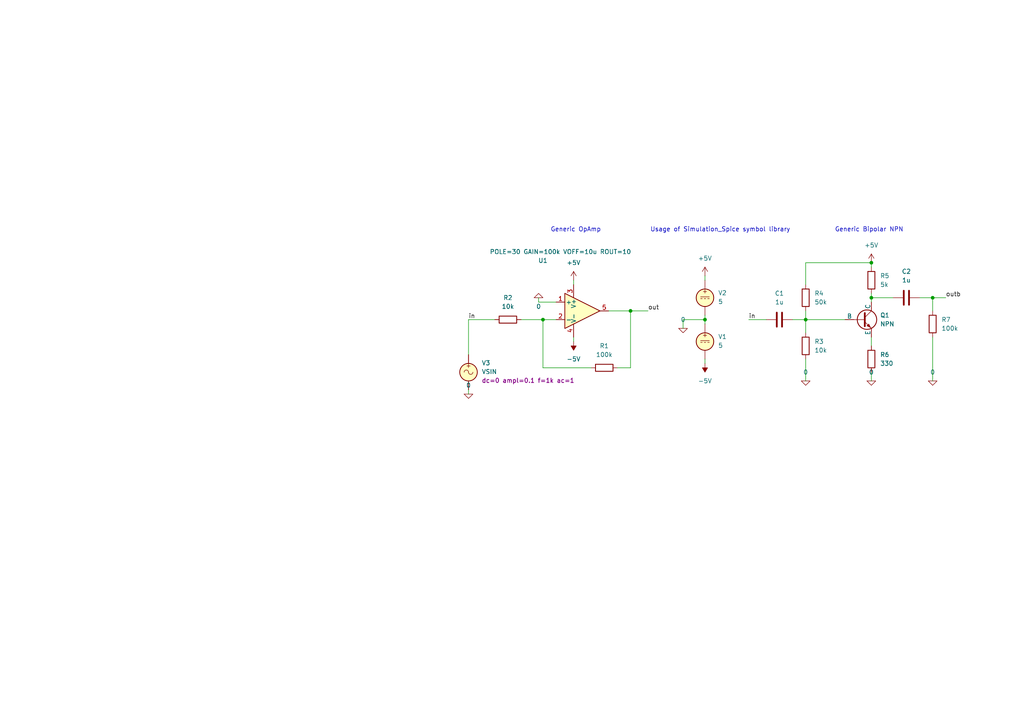
<source format=kicad_sch>
(kicad_sch (version 20241209) (generator "eeschema") (generator_version "9.0")
  (paper "A4")
  (title_block (title "Generic operational amplifier, generic bipolar") (date "2023-11-13") (comment 1 "Simulation_Spice library"))
  (lib_symbols
    (symbol "Device:C" (pin_numbers (hide yes)) (pin_names (offset 0.254))
      (property "Reference" "C" (at 0.635 2.54 0))
      (property "Value" "C" (at 0.635 -2.54 0))
      (symbol "C_0_1"
        (polyline (pts (xy -2.032 0.762) (xy 2.032 0.762)) (stroke (width 0.508)))
        (polyline (pts (xy -2.032 -0.762) (xy 2.032 -0.762)) (stroke (width 0.508)))
      )
      (symbol "C_1_1"
        (pin passive line (at 0 3.81 270) (length 2.794) (name "~") (number "1"))
        (pin passive line (at 0 -3.81 90) (length 2.794) (name "~") (number "2"))
      )
    )
    (symbol "Device:R" (pin_numbers (hide yes)) (pin_names (offset 0))
      (property "Reference" "R" (at 2.032 0 90))
      (property "Value" "R" (at 0 0 90))
      (symbol "R_0_1"
        (rectangle (start -1.016 -2.54) (end 1.016 2.54) (stroke (width 0.254)))
      )
      (symbol "R_1_1"
        (pin passive line (at 0 3.81 270) (length 1.27) (name "~") (number "1"))
        (pin passive line (at 0 -3.81 90) (length 1.27) (name "~") (number "2"))
      )
    )
    (symbol "Simulation_SPICE:0" (power) (pin_names (offset 0))
      (property "Value" "0" (at 0 -1.778 0))
      (symbol "0_0_1"
        (polyline (pts (xy -1.27 0) (xy 0 -1.27) (xy 1.27 0) (xy -1.27 0)))
      )
      (symbol "0_1_1"
        (pin power_in line (at 0 0 0) (length 0) (hide yes) (name "0") (number "1"))
      )
    )
    (symbol "Simulation_SPICE:NPN" (pin_numbers (hide yes)) (pin_names (offset 0))
      (property "Reference" "Q" (at -2.54 7.62 0))
      (property "Value" "NPN" (at -2.54 5.08 0))
      (symbol "NPN_0_1"
        (polyline (pts (xy -2.54 0) (xy 0.635 0)) (stroke (width 0.1524)))
        (polyline (pts (xy 0.635 1.905) (xy 0.635 -1.905) (xy 0.635 -1.905)) (stroke (width 0.508)))
        (polyline (pts (xy 0.635 0.635) (xy 2.54 2.54)))
        (polyline (pts (xy 0.635 -0.635) (xy 2.54 -2.54) (xy 2.54 -2.54)))
        (circle (center 1.27 0) (radius 2.8194) (stroke (width 0.254)))
        (polyline (pts (xy 1.27 -1.778) (xy 1.778 -1.27) (xy 2.286 -2.286) (xy 1.27 -1.778) (xy 1.27 -1.778)) (fill (type outline)))
        (polyline (pts (xy 2.794 -1.27) (xy 2.794 -1.27)) (stroke (width 0.1524)))
        (polyline (pts (xy 2.794 -1.27) (xy 2.794 -1.27)) (stroke (width 0.1524)))
      )
      (symbol "NPN_1_1"
        (pin input line (at -5.08 0 0) (length 2.54) (name "B") (number "2"))
        (pin open_collector line (at 2.54 5.08 270) (length 2.54) (name "C") (number "1"))
        (pin open_emitter line (at 2.54 -5.08 90) (length 2.54) (name "E") (number "3"))
      )
    )
    (symbol "Simulation_SPICE:OPAMP" (pin_names (offset 0.254))
      (property "Reference" "U" (at 3.81 3.175 0))
      (property "Value" "${SIM.PARAMS}" (at 3.81 -3.175 0))
      (symbol "OPAMP_0_1"
        (polyline (pts (xy 5.08 0) (xy -5.08 5.08) (xy -5.08 -5.08) (xy 5.08 0)) (stroke (width 0.254)) (fill (type background)))
      )
      (symbol "OPAMP_1_1"
        (pin input line (at -7.62 2.54 0) (length 2.54) (name "+") (number "1"))
        (pin input line (at -7.62 -2.54 0) (length 2.54) (name "-") (number "2"))
        (pin power_in line (at -2.54 7.62 270) (length 3.81) (name "V+") (number "3"))
        (pin power_in line (at -2.54 -7.62 90) (length 3.81) (name "V-") (number "4"))
        (pin output line (at 7.62 0 180) (length 2.54) (name "~") (number "5"))
      )
    )
    (symbol "Simulation_SPICE:VDC" (pin_numbers (hide yes)) (pin_names (offset 0.0254))
      (property "Reference" "V" (at 2.54 2.54 0))
      (property "Value" "1" (at 2.54 0 0))
      (symbol "VDC_0_0"
        (polyline (pts (xy -1.27 0.254) (xy 1.27 0.254)))
        (polyline (pts (xy -0.762 -0.254) (xy -1.27 -0.254)))
        (polyline (pts (xy 0.254 -0.254) (xy -0.254 -0.254)))
        (polyline (pts (xy 1.27 -0.254) (xy 0.762 -0.254)))
        (text "+" (at 0 1.905 0) (effects (font (size 1.27 1.27))))
      )
      (symbol "VDC_0_1"
        (circle (center 0 0) (radius 2.54) (stroke (width 0.254)) (fill (type background)))
      )
      (symbol "VDC_1_1"
        (pin passive line (at 0 5.08 270) (length 2.54) (name "~") (number "1"))
        (pin passive line (at 0 -5.08 90) (length 2.54) (name "~") (number "2"))
      )
    )
    (symbol "Simulation_SPICE:VSIN" (pin_numbers (hide yes)) (pin_names (offset 0.0254))
      (property "Reference" "V" (at 2.54 2.54 0))
      (property "Value" "VSIN" (at 2.54 0 0))
      (property "Sim.Params" "dc=0 ampl=1 f=1k ac=1" (at 2.54 -2.54 0))
      (symbol "VSIN_0_0"
        (arc (start -1.27 0) (mid -0.635 0.6323) (end 0 0))
        (arc (start 1.27 0) (mid 0.635 -0.6323) (end 0 0))
        (text "+" (at 0 1.905 0) (effects (font (size 1.27 1.27))))
      )
      (symbol "VSIN_0_1"
        (circle (center 0 0) (radius 2.54) (stroke (width 0.254)) (fill (type background)))
      )
      (symbol "VSIN_1_1"
        (pin passive line (at 0 5.08 270) (length 2.54) (name "~") (number "1"))
        (pin passive line (at 0 -5.08 90) (length 2.54) (name "~") (number "2"))
      )
    )
    (symbol "power:+5V" (power) (pin_names (offset 0))
      (property "Value" "+5V" (at 0 3.556 0))
      (symbol "+5V_0_1"
        (polyline (pts (xy -0.762 1.27) (xy 0 2.54)))
        (polyline (pts (xy 0 2.54) (xy 0.762 1.27)))
        (polyline (pts (xy 0 0) (xy 0 2.54)))
      )
      (symbol "+5V_1_1"
        (pin power_in line (at 0 0 90) (length 0) (hide yes) (name "+5V") (number "1"))
      )
    )
    (symbol "power:-5V" (power) (pin_names (offset 0))
      (property "Value" "-5V" (at 0 3.81 0))
      (symbol "-5V_0_0"
        (pin power_in line (at 0 0 90) (length 0) (hide yes) (name "-5V") (number "1"))
      )
      (symbol "-5V_0_1"
        (polyline (pts (xy 0 0) (xy 0 1.27) (xy 0.762 1.27) (xy 0 2.54) (xy -0.762 1.27) (xy 0 1.27)) (fill (type outline)))
      )
    )
  )
  (text "Generic OpAmp" (at 167.005 66.675 0) (effects (font (size 1.27 1.27))))
  (text "Generic Bipolar NPN" (at 252.095 66.675 0) (effects (font (size 1.27 1.27))))
  (text "Usage of Simulation_Spice symbol library" (at 208.915 66.675 0) (effects (font (size 1.27 1.27))))
  (junction (at 252.73 86.36))
  (junction (at 182.88 90.17))
  (junction (at 252.73 76.2))
  (junction (at 233.68 92.71))
  (junction (at 157.48 92.71))
  (junction (at 204.47 92.71))
  (junction (at 270.51 86.36))
  (wire (pts (xy 233.68 76.2) (xy 252.73 76.2)))
  (wire (pts (xy 182.88 90.17) (xy 187.96 90.17)))
  (wire (pts (xy 252.73 86.36) (xy 259.08 86.36)))
  (wire (pts (xy 179.07 106.68) (xy 182.88 106.68)))
  (wire (pts (xy 270.51 86.36) (xy 274.32 86.36)))
  (wire (pts (xy 157.48 106.68) (xy 171.45 106.68)))
  (wire (pts (xy 233.68 92.71) (xy 245.11 92.71)))
  (wire (pts (xy 135.89 92.71) (xy 143.51 92.71)))
  (wire (pts (xy 166.37 97.79) (xy 166.37 99.06)))
  (wire (pts (xy 204.47 80.01) (xy 204.47 81.28)))
  (wire (pts (xy 204.47 91.44) (xy 204.47 92.71)))
  (wire (pts (xy 135.89 113.03) (xy 135.89 114.3)))
  (wire (pts (xy 233.68 90.17) (xy 233.68 92.71)))
  (wire (pts (xy 217.17 92.71) (xy 222.25 92.71)))
  (wire (pts (xy 252.73 85.09) (xy 252.73 86.36)))
  (wire (pts (xy 204.47 92.71) (xy 204.47 93.98)))
  (wire (pts (xy 198.12 92.71) (xy 198.12 95.25)))
  (wire (pts (xy 151.13 92.71) (xy 157.48 92.71)))
  (wire (pts (xy 233.68 92.71) (xy 233.68 96.52)))
  (wire (pts (xy 157.48 92.71) (xy 161.29 92.71)))
  (wire (pts (xy 166.37 82.55) (xy 166.37 81.28)))
  (wire (pts (xy 182.88 106.68) (xy 182.88 90.17)))
  (wire (pts (xy 270.51 86.36) (xy 270.51 90.17)))
  (wire (pts (xy 233.68 104.14) (xy 233.68 110.49)))
  (wire (pts (xy 156.21 87.63) (xy 161.29 87.63)))
  (wire (pts (xy 135.89 92.71) (xy 135.89 102.87)))
  (wire (pts (xy 157.48 92.71) (xy 157.48 106.68)))
  (wire (pts (xy 204.47 92.71) (xy 198.12 92.71)))
  (wire (pts (xy 252.73 97.79) (xy 252.73 100.33)))
  (wire (pts (xy 252.73 107.95) (xy 252.73 110.49)))
  (wire (pts (xy 156.21 86.36) (xy 156.21 87.63)))
  (wire (pts (xy 176.53 90.17) (xy 182.88 90.17)))
  (wire (pts (xy 204.47 104.14) (xy 204.47 105.41)))
  (wire (pts (xy 252.73 76.2) (xy 252.73 77.47)))
  (wire (pts (xy 233.68 82.55) (xy 233.68 76.2)))
  (wire (pts (xy 229.87 92.71) (xy 233.68 92.71)))
  (wire (pts (xy 266.7 86.36) (xy 270.51 86.36)))
  (wire (pts (xy 270.51 97.79) (xy 270.51 110.49)))
  (wire (pts (xy 252.73 86.36) (xy 252.73 87.63)))
  (label "outb" (at 274.32 86.36 0))
  (label "in" (at 217.17 92.71 0))
  (label "out" (at 187.96 90.17 0))
  (label "in" (at 135.89 92.71 0))
  (symbol (lib_id "Device:R") (at 175.26 106.68 270) (unit 1)
    (property "Reference" "R1" (at 175.26 100.33 90))
    (property "Value" "100k" (at 175.26 102.87 90))
    (property "Description" "Resistor" (effects (hide yes)))
  )
  (symbol (lib_id "power:-5V") (at 204.47 105.41 0) (mirror x) (unit 1)
    (property "Reference" "#PWR06" (effects (hide yes)))
    (property "Value" "-5V" (at 204.47 110.49 0))
    (property "Description" "Power symbol creates a global label with name \"-5V\"" (effects (hide yes)))
  )
  (symbol (lib_id "Simulation_SPICE:NPN") (at 250.19 92.71 0) (unit 1)
    (property "Reference" "Q1" (at 255.27 91.4399 0) (effects (justify left)))
    (property "Value" "NPN" (at 255.27 93.9799 0) (effects (justify left)))
    (property "Description" "Bipolar transistor symbol for simulation only, substrate tied to the emitter" (effects (hide yes)))
    (property "Sim.Device" "NPN" (effects (hide yes)))
    (property "Sim.Type" "GUMMELPOON" (effects (hide yes)))
    (property "Sim.Pins" "1=C 2=B 3=E" (effects (hide yes)))
  )
  (symbol (lib_id "Simulation_SPICE:VDC") (at 204.47 86.36 0) (unit 1)
    (property "Reference" "V2" (at 208.28 84.9601 0) (effects (justify left)))
    (property "Value" "5" (at 208.28 87.5001 0) (effects (justify left)))
    (property "Description" "Voltage source, DC" (effects (hide yes)))
    (property "Sim.Pins" "1=+ 2=-" (effects (hide yes)))
    (property "Sim.Type" "DC" (effects (hide yes)))
    (property "Sim.Device" "V" (effects (hide yes)))
  )
  (symbol (lib_id "Device:R") (at 233.68 100.33 0) (unit 1)
    (property "Reference" "R3" (at 236.22 99.0599 0) (effects (justify left)))
    (property "Value" "10k" (at 236.22 101.5999 0) (effects (justify left)))
    (property "Description" "Resistor" (effects (hide yes)))
  )
  (symbol (lib_id "Simulation_SPICE:0") (at 270.51 110.49 0) (unit 1)
    (property "Reference" "#GND06" (effects (hide yes)))
    (property "Value" "0" (at 270.51 107.95 0))
    (property "Description" "0V reference potential for simulation" (effects (hide yes)))
  )
  (symbol (lib_id "Simulation_SPICE:0") (at 198.12 95.25 0) (unit 1)
    (property "Reference" "#GND03" (effects (hide yes)))
    (property "Value" "0" (at 198.12 92.71 0))
    (property "Description" "0V reference potential for simulation" (effects (hide yes)))
  )
  (symbol (lib_id "Device:R") (at 252.73 81.28 0) (unit 1)
    (property "Reference" "R5" (at 255.27 80.0099 0) (effects (justify left)))
    (property "Value" "5k" (at 255.27 82.5499 0) (effects (justify left)))
    (property "Description" "Resistor" (effects (hide yes)))
  )
  (symbol (lib_id "power:+5V") (at 204.47 80.01 0) (unit 1)
    (property "Reference" "#PWR05" (effects (hide yes)))
    (property "Value" "+5V" (at 204.47 74.93 0))
    (property "Description" "Power symbol creates a global label with name \"+5V\"" (effects (hide yes)))
  )
  (symbol (lib_id "Simulation_SPICE:VDC") (at 204.47 99.06 0) (unit 1)
    (property "Reference" "V1" (at 208.28 97.6601 0) (effects (justify left)))
    (property "Value" "5" (at 208.28 100.2001 0) (effects (justify left)))
    (property "Description" "Voltage source, DC" (effects (hide yes)))
    (property "Sim.Pins" "1=+ 2=-" (effects (hide yes)))
    (property "Sim.Type" "DC" (effects (hide yes)))
    (property "Sim.Device" "V" (effects (hide yes)))
  )
  (symbol (lib_id "Device:R") (at 147.32 92.71 270) (unit 1)
    (property "Reference" "R2" (at 147.32 86.36 90))
    (property "Value" "10k" (at 147.32 88.9 90))
    (property "Description" "Resistor" (effects (hide yes)))
  )
  (symbol (lib_id "Simulation_SPICE:OPAMP") (at 168.91 90.17 0) (unit 1)
    (property "Reference" "U1" (at 157.48 75.565 0))
    (property "Value" "${SIM.PARAMS}" (at 162.56 73.025 0))
    (property "Description" "Operational amplifier, single, node sequence=1:+ 2:- 3:OUT 4:V+ 5:V-" (effects (hide yes)))
    (property "Sim.Pins" "1=in+ 2=in- 3=vcc 4=vee 5=out" (effects (hide yes)))
    (property "Sim.Device" "SUBCKT" (effects (hide yes)))
    (property "Sim.Library" "${KICAD7_SYMBOL_DIR}/Simulation_SPICE.sp" (effects (hide yes)))
    (property "Sim.Name" "kicad_builtin_opamp" (effects (hide yes)))
    (property "Sim.Params" "POLE=30 GAIN=100k VOFF=10u ROUT=10" (effects (hide yes)))
  )
  (symbol (lib_id "Device:R") (at 233.68 86.36 0) (unit 1)
    (property "Reference" "R4" (at 236.22 85.0899 0) (effects (justify left)))
    (property "Value" "50k" (at 236.22 87.6299 0) (effects (justify left)))
    (property "Description" "Resistor" (effects (hide yes)))
  )
  (symbol (lib_id "Device:C") (at 226.06 92.71 90) (unit 1)
    (property "Reference" "C1" (at 226.06 85.09 90))
    (property "Value" "1u" (at 226.06 87.63 90))
    (property "Description" "Unpolarized capacitor" (effects (hide yes)))
  )
  (symbol (lib_id "Simulation_SPICE:VSIN") (at 135.89 107.95 0) (unit 1)
    (property "Reference" "V3" (at 139.7 105.2801 0) (effects (justify left)))
    (property "Value" "VSIN" (at 139.7 107.8201 0) (effects (justify left)))
    (property "Description" "Voltage source, sinusoidal" (effects (hide yes)))
    (property "Sim.Pins" "1=+ 2=-" (effects (hide yes)))
    (property "Sim.Params" "dc=0 ampl=0.1 f=1k ac=1" (at 139.7 110.3601 0) (effects (justify left)))
    (property "Sim.Type" "SIN" (effects (hide yes)))
    (property "Sim.Device" "V" (effects (hide yes)))
  )
  (symbol (lib_id "Device:R") (at 270.51 93.98 0) (unit 1)
    (property "Reference" "R7" (at 273.05 92.7099 0) (effects (justify left)))
    (property "Value" "100k" (at 273.05 95.2499 0) (effects (justify left)))
    (property "Description" "Resistor" (effects (hide yes)))
  )
  (symbol (lib_id "power:+5V") (at 252.73 76.2 0) (unit 1)
    (property "Reference" "#PWR011" (effects (hide yes)))
    (property "Value" "+5V" (at 252.73 71.12 0))
    (property "Description" "Power symbol creates a global label with name \"+5V\"" (effects (hide yes)))
  )
  (symbol (lib_id "Simulation_SPICE:0") (at 252.73 110.49 0) (unit 1)
    (property "Reference" "#GND05" (effects (hide yes)))
    (property "Value" "0" (at 252.73 107.95 0))
    (property "Description" "0V reference potential for simulation" (effects (hide yes)))
  )
  (symbol (lib_id "Simulation_SPICE:0") (at 233.68 110.49 0) (unit 1)
    (property "Reference" "#GND04" (effects (hide yes)))
    (property "Value" "0" (at 233.68 107.95 0))
    (property "Description" "0V reference potential for simulation" (effects (hide yes)))
  )
  (symbol (lib_id "power:-5V") (at 166.37 99.06 0) (mirror x) (unit 1)
    (property "Reference" "#PWR07" (effects (hide yes)))
    (property "Value" "-5V" (at 166.37 104.14 0))
    (property "Description" "Power symbol creates a global label with name \"-5V\"" (effects (hide yes)))
  )
  (symbol (lib_id "Simulation_SPICE:0") (at 135.89 114.3 0) (unit 1)
    (property "Reference" "#GND01" (effects (hide yes)))
    (property "Value" "0" (at 135.89 111.76 0))
    (property "Description" "0V reference potential for simulation" (effects (hide yes)))
  )
  (symbol (lib_id "Device:C") (at 262.89 86.36 90) (unit 1)
    (property "Reference" "C2" (at 262.89 78.74 90))
    (property "Value" "1u" (at 262.89 81.28 90))
    (property "Description" "Unpolarized capacitor" (effects (hide yes)))
  )
  (symbol (lib_id "power:+5V") (at 166.37 81.28 0) (unit 1)
    (property "Reference" "#PWR04" (effects (hide yes)))
    (property "Value" "+5V" (at 166.37 76.2 0))
    (property "Description" "Power symbol creates a global label with name \"+5V\"" (effects (hide yes)))
  )
  (symbol (lib_id "Simulation_SPICE:0") (at 156.21 86.36 0) (mirror x) (unit 1)
    (property "Reference" "#GND02" (effects (hide yes)))
    (property "Value" "0" (at 156.21 88.9 0))
    (property "Description" "0V reference potential for simulation" (effects (hide yes)))
  )
  (symbol (lib_id "Device:R") (at 252.73 104.14 0) (unit 1)
    (property "Reference" "R6" (at 255.27 102.8699 0) (effects (justify left)))
    (property "Value" "330" (at 255.27 105.4099 0) (effects (justify left)))
    (property "Description" "Resistor" (effects (hide yes)))
  )
)
</source>
